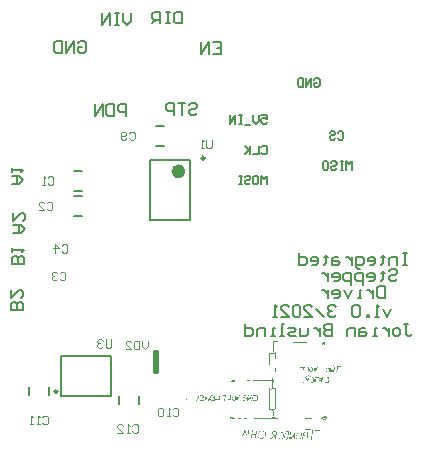
<source format=gbo>
G04 Layer_Color=13813960*
%FSLAX24Y24*%
%MOIN*%
G70*
G01*
G75*
%ADD24C,0.0098*%
%ADD48C,0.0100*%
%ADD49C,0.0039*%
%ADD50C,0.0079*%
%ADD80C,0.0236*%
%ADD81C,0.0059*%
G36*
X19214Y11544D02*
Y11539D01*
X19208Y11528D01*
Y11517D01*
Y11506D01*
Y11489D01*
Y11484D01*
Y11473D01*
Y11462D01*
Y11457D01*
Y11451D01*
Y11446D01*
Y11429D01*
Y11424D01*
Y11418D01*
Y11407D01*
X19214Y11402D01*
Y11407D01*
X19225Y11413D01*
X19230Y11418D01*
Y11429D01*
X19236Y11440D01*
X19252Y11462D01*
Y11468D01*
X19257Y11473D01*
Y11479D01*
X19263Y11489D01*
Y11495D01*
X19268Y11506D01*
Y11511D01*
X19279Y11528D01*
X19285Y11533D01*
Y11528D01*
X19290Y11522D01*
Y11517D01*
Y11506D01*
X19285Y11500D01*
X19279Y11489D01*
X19268Y11457D01*
X19263Y11451D01*
X19252Y11424D01*
Y11418D01*
X19247Y11413D01*
X19241Y11402D01*
X19236Y11397D01*
X19230D01*
X19225Y11391D01*
X19219Y11380D01*
X19214Y11375D01*
X19208Y11369D01*
X19203Y11375D01*
Y11380D01*
X19197Y11391D01*
X19192Y11413D01*
Y11451D01*
Y11457D01*
Y11462D01*
Y11489D01*
Y11517D01*
X19197Y11539D01*
Y11544D01*
X19203Y11550D01*
X19208D01*
X19214Y11544D01*
D02*
G37*
G36*
X20526Y11539D02*
X20553D01*
X20559Y11533D01*
X20570Y11522D01*
X20575Y11511D01*
Y11506D01*
X20586Y11484D01*
Y11473D01*
X20592Y11457D01*
Y11435D01*
Y11429D01*
X20586Y11418D01*
X20575Y11380D01*
X20564Y11369D01*
X20548Y11364D01*
X20526Y11358D01*
X20482D01*
X20466Y11364D01*
X20460Y11369D01*
X20455D01*
X20450Y11375D01*
Y11380D01*
X20455Y11386D01*
X20460D01*
X20477Y11380D01*
X20482D01*
X20493Y11375D01*
X20532D01*
X20537Y11380D01*
X20542D01*
X20553Y11386D01*
X20559Y11391D01*
X20564Y11402D01*
Y11413D01*
X20570Y11418D01*
X20575Y11440D01*
Y11446D01*
Y11451D01*
Y11462D01*
X20570Y11468D01*
X20564Y11473D01*
Y11484D01*
Y11489D01*
X20559Y11500D01*
X20548Y11511D01*
X20526Y11517D01*
X20521D01*
X20510Y11522D01*
X20499Y11528D01*
Y11533D01*
Y11539D01*
X20504Y11544D01*
X20521D01*
X20526Y11539D01*
D02*
G37*
G36*
X20920Y11544D02*
X20936Y11533D01*
X20942D01*
X20947Y11528D01*
X20953Y11517D01*
X20958Y11506D01*
X20969Y11495D01*
Y11489D01*
X20974Y11479D01*
Y11457D01*
X20969Y11424D01*
Y11418D01*
X20964Y11397D01*
X20953Y11380D01*
X20942Y11369D01*
X20936D01*
X20931Y11364D01*
X20909Y11353D01*
X20903D01*
X20892Y11347D01*
X20871D01*
X20849Y11353D01*
X20843Y11358D01*
X20827D01*
X20816Y11364D01*
X20810Y11369D01*
X20799D01*
X20794Y11380D01*
X20789Y11397D01*
X20783Y11402D01*
X20778Y11418D01*
X20772Y11440D01*
X20778Y11468D01*
X20783Y11473D01*
X20789Y11484D01*
Y11495D01*
X20794Y11500D01*
X20805Y11517D01*
Y11522D01*
X20816Y11533D01*
X20827Y11539D01*
X20838Y11544D01*
X20854Y11550D01*
X20903D01*
X20920Y11544D01*
D02*
G37*
G36*
X18995Y11506D02*
X19001D01*
X19006Y11500D01*
X19011Y11489D01*
Y11484D01*
X19001Y11473D01*
X18940Y11397D01*
X18935Y11386D01*
X18929Y11369D01*
X18935Y11364D01*
X18940Y11358D01*
X18968D01*
X18990Y11364D01*
X19011D01*
Y11358D01*
X19006Y11353D01*
X18995Y11347D01*
X18984D01*
X18951Y11342D01*
X18940D01*
X18918Y11353D01*
X18913Y11364D01*
Y11380D01*
X18924Y11402D01*
X18946Y11435D01*
X18968Y11462D01*
X18973Y11468D01*
X18979Y11479D01*
Y11484D01*
X18973Y11489D01*
X18968D01*
X18962Y11495D01*
X18957Y11500D01*
X18962Y11506D01*
X18968Y11511D01*
X18979D01*
X18995Y11506D01*
D02*
G37*
G36*
X20663Y11539D02*
Y11533D01*
X20657Y11528D01*
X20652Y11506D01*
Y11495D01*
X20646Y11484D01*
X20641Y11479D01*
Y11468D01*
Y11451D01*
Y11446D01*
Y11435D01*
Y11424D01*
X20635Y11413D01*
X20630Y11407D01*
Y11402D01*
X20635Y11391D01*
X20641Y11386D01*
X20646Y11391D01*
X20652Y11397D01*
Y11402D01*
X20657Y11413D01*
X20674Y11429D01*
X20696Y11462D01*
X20701Y11468D01*
X20707Y11473D01*
X20717Y11484D01*
X20723Y11489D01*
X20728Y11495D01*
X20739Y11511D01*
X20745Y11517D01*
X20750Y11528D01*
X20761D01*
Y11517D01*
X20756Y11506D01*
X20750Y11500D01*
Y11473D01*
Y11462D01*
X20745Y11446D01*
Y11435D01*
Y11424D01*
Y11407D01*
Y11402D01*
X20750Y11397D01*
X20767Y11375D01*
X20772Y11369D01*
Y11364D01*
X20767Y11353D01*
X20761D01*
X20756Y11347D01*
X20750Y11353D01*
X20739Y11358D01*
Y11364D01*
X20734Y11369D01*
X20728Y11386D01*
Y11407D01*
Y11413D01*
Y11424D01*
X20723Y11440D01*
X20712D01*
X20701Y11429D01*
X20679Y11407D01*
X20663Y11386D01*
X20641Y11364D01*
X20635Y11358D01*
X20630Y11353D01*
X20624Y11347D01*
X20619D01*
X20614Y11353D01*
X20608Y11369D01*
Y11375D01*
Y11380D01*
Y11397D01*
Y11407D01*
Y11429D01*
Y11435D01*
Y11440D01*
X20614Y11451D01*
X20619Y11457D01*
Y11468D01*
X20624Y11489D01*
Y11495D01*
X20630Y11517D01*
X20635Y11533D01*
X20641Y11544D01*
X20663D01*
Y11539D01*
D02*
G37*
G36*
X18601Y11402D02*
Y11391D01*
X18590D01*
X18585Y11397D01*
Y11402D01*
Y11407D01*
X18601Y11402D01*
D02*
G37*
G36*
X20526Y11462D02*
X20537D01*
X20548Y11457D01*
X20553Y11446D01*
X20548Y11440D01*
X20537Y11429D01*
X20521D01*
X20515Y11435D01*
X20510Y11440D01*
X20493Y11446D01*
X20488D01*
X20482Y11457D01*
Y11462D01*
X20488Y11468D01*
X20510D01*
X20526Y11462D01*
D02*
G37*
G36*
X19148Y11522D02*
X19154Y11517D01*
X19159Y11506D01*
X19165Y11495D01*
Y11489D01*
X19170Y11484D01*
X19175Y11468D01*
X19181Y11446D01*
Y11440D01*
Y11429D01*
X19175Y11391D01*
X19170Y11375D01*
X19165Y11369D01*
X19154Y11364D01*
X19143Y11358D01*
X19132Y11353D01*
X19126D01*
X19115Y11347D01*
X19077D01*
X19066Y11353D01*
X19050Y11358D01*
X19044Y11364D01*
X19039Y11369D01*
Y11375D01*
Y11380D01*
X19044Y11375D01*
X19050D01*
X19066Y11369D01*
X19077D01*
X19099Y11364D01*
X19115D01*
X19121Y11369D01*
X19132D01*
X19137Y11375D01*
X19148Y11386D01*
X19159Y11407D01*
X19170Y11424D01*
X19159Y11435D01*
X19154Y11440D01*
X19148Y11446D01*
X19099Y11457D01*
X19093D01*
X19088Y11462D01*
X19083Y11468D01*
Y11473D01*
X19088Y11479D01*
X19099D01*
X19104Y11473D01*
X19132Y11468D01*
X19148D01*
X19154Y11473D01*
X19148Y11479D01*
X19143Y11489D01*
X19137Y11495D01*
X19132Y11506D01*
X19126Y11511D01*
X19028D01*
Y11517D01*
X19033Y11522D01*
X19050Y11528D01*
X19083Y11533D01*
X19132D01*
X19148Y11522D01*
D02*
G37*
G36*
X20367Y11550D02*
X20373Y11544D01*
X20367Y11539D01*
X20362Y11522D01*
X20357Y11517D01*
X20351Y11511D01*
X20346Y11500D01*
X20340Y11495D01*
X20335Y11484D01*
X20329Y11479D01*
Y11468D01*
Y11462D01*
X20324Y11457D01*
X20318D01*
Y11446D01*
Y11440D01*
X20313Y11429D01*
X20307Y11424D01*
Y11418D01*
X20285Y11380D01*
X20275Y11364D01*
X20269D01*
X20264Y11358D01*
X20258Y11364D01*
X20253Y11369D01*
Y11375D01*
X20247Y11391D01*
X20242Y11407D01*
Y11413D01*
X20236Y11424D01*
X20231Y11413D01*
Y11402D01*
Y11391D01*
X20225Y11380D01*
X20214Y11369D01*
X20209Y11364D01*
X20193Y11353D01*
X20171D01*
X20165Y11358D01*
X20149D01*
X20138Y11364D01*
X20132Y11369D01*
X20127D01*
X20116Y11375D01*
X20110Y11380D01*
X20105Y11391D01*
Y11397D01*
X20100Y11402D01*
X20094Y11413D01*
Y11429D01*
X20100Y11457D01*
X20105Y11462D01*
X20110Y11484D01*
X20127Y11500D01*
X20149Y11522D01*
X20154Y11528D01*
X20165Y11533D01*
X20176D01*
X20198Y11522D01*
X20203Y11517D01*
X20214Y11511D01*
X20225Y11495D01*
X20231Y11479D01*
Y11473D01*
X20236Y11468D01*
X20242Y11473D01*
Y11479D01*
Y11484D01*
Y11506D01*
Y11511D01*
X20236Y11517D01*
Y11522D01*
Y11528D01*
Y11544D01*
Y11550D01*
X20247Y11555D01*
X20253D01*
Y11517D01*
Y11511D01*
Y11506D01*
X20258Y11479D01*
X20264Y11435D01*
Y11429D01*
X20269Y11413D01*
Y11402D01*
X20275D01*
Y11407D01*
X20291Y11446D01*
Y11451D01*
X20296D01*
X20302Y11457D01*
X20307Y11468D01*
Y11473D01*
X20313Y11479D01*
Y11484D01*
X20318Y11489D01*
X20329Y11517D01*
Y11522D01*
X20335Y11528D01*
X20346Y11550D01*
X20351Y11555D01*
X20357D01*
X20367Y11550D01*
D02*
G37*
G36*
X19711Y11539D02*
Y11522D01*
Y11517D01*
X19706Y11506D01*
X19700Y11495D01*
Y11479D01*
Y11446D01*
Y11435D01*
Y11418D01*
Y11397D01*
X19695Y11386D01*
X19689Y11369D01*
X19684Y11364D01*
X19673D01*
X19657Y11369D01*
X19651D01*
X19640Y11375D01*
X19624Y11380D01*
X19597D01*
X19586Y11386D01*
X19569D01*
X19558Y11391D01*
X19553D01*
X19542Y11397D01*
X19531Y11391D01*
X19525Y11380D01*
Y11369D01*
X19514Y11358D01*
X19432D01*
X19422Y11364D01*
X19416Y11369D01*
X19411D01*
X19405Y11364D01*
Y11358D01*
X19400Y11353D01*
X19394D01*
Y11364D01*
Y11369D01*
Y11380D01*
X19389Y11391D01*
X19383D01*
X19378Y11386D01*
X19367D01*
X19361Y11391D01*
X19350D01*
X19345Y11386D01*
X19340Y11380D01*
X19329Y11369D01*
X19323Y11364D01*
Y11358D01*
X19318Y11353D01*
Y11342D01*
X19312Y11336D01*
X19307D01*
X19301Y11342D01*
Y11353D01*
X19307Y11364D01*
Y11369D01*
X19312Y11380D01*
Y11397D01*
X19307Y11407D01*
X19301Y11413D01*
X19307Y11418D01*
X19329D01*
X19334Y11424D01*
X19340Y11435D01*
X19345Y11446D01*
Y11451D01*
X19356Y11468D01*
X19361Y11484D01*
X19367Y11495D01*
Y11500D01*
Y11511D01*
X19378Y11522D01*
X19389Y11528D01*
X19394D01*
X19400Y11522D01*
Y11511D01*
X19394Y11506D01*
Y11484D01*
Y11479D01*
Y11468D01*
Y11462D01*
X19400Y11446D01*
X19405Y11380D01*
X19432D01*
X19460Y11375D01*
X19498D01*
X19504Y11380D01*
X19509Y11386D01*
Y11391D01*
X19514Y11397D01*
X19520Y11424D01*
Y11429D01*
X19514Y11435D01*
Y11440D01*
X19509Y11446D01*
X19493D01*
X19487Y11451D01*
X19476Y11457D01*
X19471Y11462D01*
Y11468D01*
Y11473D01*
Y11479D01*
X19482D01*
X19493Y11473D01*
X19504Y11468D01*
X19520D01*
X19525Y11473D01*
Y11479D01*
X19520Y11484D01*
X19514Y11489D01*
X19509Y11495D01*
X19498Y11500D01*
X19482D01*
X19476Y11506D01*
X19465Y11511D01*
X19460Y11517D01*
X19432D01*
X19427Y11522D01*
Y11528D01*
X19432Y11533D01*
X19454D01*
X19465Y11528D01*
X19476Y11522D01*
X19482D01*
X19493Y11517D01*
X19509D01*
X19531Y11522D01*
X19553Y11495D01*
Y11489D01*
X19547Y11484D01*
X19542Y11479D01*
X19536Y11468D01*
Y11446D01*
Y11440D01*
Y11429D01*
Y11418D01*
X19542Y11407D01*
X19547D01*
X19564Y11402D01*
X19629Y11397D01*
X19673D01*
X19679Y11402D01*
Y11407D01*
Y11424D01*
Y11435D01*
X19684Y11457D01*
Y11484D01*
Y11495D01*
Y11511D01*
X19689Y11533D01*
X19695Y11544D01*
X19711D01*
Y11539D01*
D02*
G37*
G36*
X20067Y11533D02*
Y11511D01*
Y11489D01*
Y11468D01*
Y11462D01*
Y11457D01*
Y11429D01*
Y11402D01*
X20061Y11380D01*
X20056Y11375D01*
X20050Y11369D01*
X20039D01*
X20034Y11375D01*
X20023Y11380D01*
X20018D01*
X19996Y11386D01*
X19990D01*
X19985Y11391D01*
X19957Y11402D01*
X19952D01*
X19941Y11407D01*
X19936D01*
Y11413D01*
X19941Y11418D01*
X19979D01*
X20001Y11413D01*
X20007D01*
X20018Y11407D01*
X20023D01*
X20028Y11402D01*
X20034D01*
X20039Y11413D01*
X20045Y11424D01*
Y11440D01*
Y11446D01*
Y11457D01*
Y11468D01*
X20050Y11479D01*
Y11484D01*
Y11495D01*
Y11522D01*
Y11528D01*
X20045Y11533D01*
Y11544D01*
X20050Y11550D01*
X20067D01*
Y11533D01*
D02*
G37*
G36*
X22423Y10292D02*
Y10287D01*
X22429Y10276D01*
Y10254D01*
Y10248D01*
Y10237D01*
Y10221D01*
Y10210D01*
Y10204D01*
X22418Y10177D01*
X22413Y10172D01*
Y10155D01*
Y10150D01*
X22407Y10128D01*
X22402Y10112D01*
X22396Y10101D01*
X22385Y10079D01*
X22380D01*
X22374Y10073D01*
X22369Y10068D01*
X22358Y10062D01*
X22303D01*
X22287Y10068D01*
X22270Y10073D01*
X22265Y10079D01*
X22248Y10095D01*
X22232Y10106D01*
Y10150D01*
Y10155D01*
Y10172D01*
Y10188D01*
X22238Y10194D01*
Y10199D01*
X22243Y10210D01*
Y10215D01*
X22248Y10221D01*
X22254Y10226D01*
Y10232D01*
X22259Y10243D01*
X22265Y10254D01*
X22281Y10276D01*
Y10281D01*
X22309D01*
Y10276D01*
X22298Y10265D01*
X22281Y10237D01*
X22270Y10221D01*
X22265Y10215D01*
X22254Y10199D01*
X22248Y10172D01*
X22243Y10144D01*
Y10139D01*
X22248Y10128D01*
X22254Y10112D01*
X22270Y10101D01*
X22276Y10095D01*
X22281Y10090D01*
X22298D01*
X22309Y10084D01*
X22314D01*
X22336Y10079D01*
X22358Y10084D01*
X22369Y10095D01*
X22380Y10106D01*
X22385Y10117D01*
X22391Y10139D01*
X22396Y10177D01*
X22402Y10232D01*
Y10292D01*
X22413Y10297D01*
X22418D01*
X22423Y10292D01*
D02*
G37*
G36*
X21155Y10352D02*
X21166Y10347D01*
X21177Y10341D01*
X21193Y10325D01*
X21199D01*
X21204Y10314D01*
X21215Y10308D01*
X21221Y10297D01*
X21226Y10287D01*
Y10276D01*
Y10259D01*
Y10237D01*
Y10232D01*
Y10221D01*
Y10204D01*
Y10194D01*
X21215Y10177D01*
Y10166D01*
X21210Y10155D01*
X21199Y10139D01*
X21193Y10133D01*
X21182Y10128D01*
X21155Y10106D01*
X21138Y10101D01*
X21133Y10095D01*
X21128D01*
X21111Y10090D01*
X21100D01*
X21078Y10084D01*
X21051D01*
X21040Y10090D01*
X21035Y10095D01*
X21024D01*
X21018Y10101D01*
X21007D01*
X20996Y10112D01*
X20991D01*
X20980Y10117D01*
X20974Y10128D01*
X20958Y10144D01*
Y10177D01*
Y10183D01*
Y10194D01*
Y10210D01*
X20964Y10226D01*
X20969Y10243D01*
Y10248D01*
X20974Y10259D01*
X20980Y10265D01*
X20985Y10276D01*
Y10281D01*
X20991Y10292D01*
X20996Y10308D01*
Y10314D01*
X21007Y10319D01*
X21013Y10325D01*
X21018Y10336D01*
X21029D01*
Y10341D01*
X21040D01*
X21046Y10347D01*
X21062D01*
X21067Y10352D01*
X21084D01*
X21106Y10358D01*
X21138D01*
X21155Y10352D01*
D02*
G37*
G36*
X22522Y10303D02*
Y10292D01*
X22516Y10287D01*
X22511Y10276D01*
X22505Y10265D01*
Y10259D01*
Y10243D01*
X22500Y10232D01*
X22495Y10221D01*
X22489Y10210D01*
X22495Y10204D01*
X22500Y10199D01*
X22522Y10194D01*
X22533D01*
X22544Y10188D01*
X22560D01*
X22593Y10183D01*
X22604D01*
X22609Y10188D01*
Y10199D01*
Y10215D01*
Y10237D01*
Y10297D01*
X22631D01*
X22642Y10292D01*
X22637Y10276D01*
Y10265D01*
Y10254D01*
Y10237D01*
Y10232D01*
X22631Y10221D01*
Y10194D01*
X22626Y10183D01*
Y10172D01*
Y10155D01*
Y10150D01*
Y10139D01*
X22620Y10112D01*
X22609Y10090D01*
Y10084D01*
X22604Y10068D01*
X22598Y10062D01*
X22593D01*
X22587Y10068D01*
Y10073D01*
Y10079D01*
Y10090D01*
X22593Y10101D01*
Y10106D01*
X22598Y10112D01*
X22604Y10139D01*
Y10144D01*
X22598Y10150D01*
X22593Y10161D01*
X22577D01*
X22571Y10166D01*
X22566D01*
X22555Y10172D01*
X22505D01*
X22500Y10177D01*
X22495Y10183D01*
X22489Y10177D01*
X22484Y10166D01*
X22478Y10161D01*
Y10150D01*
Y10144D01*
X22473Y10133D01*
X22467Y10128D01*
Y10117D01*
Y10112D01*
X22462Y10106D01*
X22456Y10101D01*
Y10084D01*
X22451Y10079D01*
X22429D01*
X22451Y10122D01*
Y10128D01*
X22456Y10139D01*
Y10144D01*
X22462Y10155D01*
Y10161D01*
X22467Y10177D01*
Y10183D01*
X22462Y10188D01*
X22456Y10194D01*
X22445D01*
X22440Y10199D01*
X22434D01*
X22440Y10204D01*
X22467D01*
X22473Y10210D01*
X22478Y10226D01*
Y10232D01*
X22484Y10254D01*
Y10259D01*
Y10265D01*
X22489Y10281D01*
Y10287D01*
Y10292D01*
X22500Y10303D01*
X22505Y10308D01*
X22522D01*
Y10303D01*
D02*
G37*
G36*
X21991Y10336D02*
X21997Y10330D01*
X22002Y10325D01*
X22008Y10303D01*
X22002Y10292D01*
X21997Y10276D01*
X21991Y10270D01*
Y10243D01*
Y10237D01*
Y10232D01*
X21986Y10210D01*
X21981Y10177D01*
Y10166D01*
X21975Y10155D01*
X21970Y10150D01*
Y10144D01*
Y10128D01*
Y10122D01*
Y10117D01*
Y10106D01*
X21964Y10101D01*
X21959D01*
Y10095D01*
X21953Y10084D01*
X21948Y10079D01*
Y10051D01*
Y10046D01*
X21942Y10040D01*
Y10035D01*
X21937Y10040D01*
X21926Y10051D01*
X21909Y10057D01*
X21904D01*
X21899Y10062D01*
X21877Y10073D01*
X21855Y10095D01*
X21844Y10117D01*
Y10122D01*
Y10128D01*
X21849Y10155D01*
Y10161D01*
Y10166D01*
Y10177D01*
X21855Y10183D01*
Y10188D01*
X21860Y10199D01*
Y10204D01*
X21866Y10221D01*
Y10226D01*
Y10232D01*
X21871Y10243D01*
Y10248D01*
X21877Y10259D01*
Y10265D01*
X21882Y10281D01*
Y10292D01*
X21893Y10303D01*
X21904Y10319D01*
X21909Y10325D01*
X21920Y10330D01*
X21937Y10341D01*
X21975D01*
X21991Y10336D01*
D02*
G37*
G36*
X22057Y10319D02*
Y10314D01*
X22063Y10303D01*
X22057Y10297D01*
Y10287D01*
Y10265D01*
Y10259D01*
Y10248D01*
X22052Y10221D01*
X22046Y10215D01*
Y10194D01*
Y10183D01*
X22041Y10166D01*
X22035Y10161D01*
Y10133D01*
Y10122D01*
X22030Y10106D01*
Y10101D01*
X22024Y10095D01*
Y10090D01*
X22030Y10084D01*
X22035D01*
X22041Y10090D01*
X22057Y10101D01*
X22074Y10112D01*
X22079Y10117D01*
X22084Y10128D01*
X22106Y10155D01*
X22177Y10243D01*
Y10248D01*
Y10259D01*
Y10265D01*
X22183Y10270D01*
X22188Y10276D01*
X22194Y10287D01*
Y10292D01*
X22205Y10297D01*
X22216D01*
X22221Y10292D01*
X22216Y10281D01*
X22205Y10259D01*
X22194Y10226D01*
Y10122D01*
Y10117D01*
X22199Y10106D01*
Y10101D01*
X22205Y10084D01*
X22199Y10073D01*
X22188Y10062D01*
X22183D01*
X22177Y10068D01*
Y10079D01*
Y10084D01*
Y10090D01*
X22172Y10112D01*
Y10122D01*
Y10139D01*
Y10161D01*
Y10172D01*
Y10188D01*
X22166Y10199D01*
X22161Y10194D01*
Y10188D01*
X22156Y10183D01*
X22139Y10161D01*
X22112Y10122D01*
X22079Y10090D01*
X22074Y10084D01*
X22068Y10079D01*
X22057Y10073D01*
X22052D01*
X22046Y10068D01*
X22024Y10062D01*
X22019Y10068D01*
X22013Y10079D01*
X22008Y10090D01*
Y10095D01*
Y10101D01*
Y10117D01*
X22013Y10128D01*
Y10133D01*
X22019Y10139D01*
X22024Y10161D01*
Y10166D01*
X22030Y10183D01*
Y10188D01*
Y10194D01*
X22035Y10221D01*
Y10226D01*
Y10232D01*
Y10243D01*
X22041Y10248D01*
Y10259D01*
X22046Y10270D01*
Y10287D01*
Y10297D01*
Y10314D01*
X22052Y10325D01*
X22057Y10319D01*
D02*
G37*
G36*
X21560Y10347D02*
X21565D01*
X21576Y10336D01*
X21592Y10325D01*
X21603Y10308D01*
Y10303D01*
Y10297D01*
Y10270D01*
X21598Y10259D01*
X21592Y10237D01*
Y10232D01*
X21581Y10215D01*
X21576Y10204D01*
Y10188D01*
Y10166D01*
Y10161D01*
Y10150D01*
Y10139D01*
X21570Y10128D01*
X21565Y10122D01*
Y10117D01*
Y10101D01*
Y10095D01*
X21560Y10090D01*
X21549Y10084D01*
X21543Y10090D01*
X21538Y10101D01*
X21543Y10117D01*
Y10122D01*
Y10133D01*
X21549Y10155D01*
Y10161D01*
Y10172D01*
Y10188D01*
X21554Y10194D01*
Y10204D01*
X21560Y10215D01*
Y10232D01*
Y10237D01*
Y10248D01*
X21565Y10259D01*
X21570Y10270D01*
Y10276D01*
Y10281D01*
Y10303D01*
Y10308D01*
X21560Y10314D01*
X21554Y10325D01*
X21538Y10330D01*
X21505D01*
X21488Y10319D01*
X21477Y10303D01*
Y10281D01*
Y10254D01*
X21494Y10237D01*
X21505Y10232D01*
X21510Y10226D01*
X21521Y10221D01*
X21527D01*
Y10215D01*
X21532Y10204D01*
Y10199D01*
X21538Y10183D01*
X21527Y10172D01*
X21521Y10166D01*
X21510Y10144D01*
X21505D01*
X21499Y10139D01*
X21488Y10133D01*
X21483D01*
Y10128D01*
X21477Y10122D01*
X21467Y10117D01*
X21456Y10112D01*
X21450D01*
X21445Y10106D01*
X21434Y10101D01*
X21428Y10095D01*
X21423D01*
X21401Y10090D01*
X21395D01*
X21385Y10084D01*
X21374Y10079D01*
X21368Y10073D01*
X21363Y10079D01*
X21368Y10084D01*
X21374Y10090D01*
X21379D01*
X21385Y10095D01*
X21417Y10112D01*
X21445Y10128D01*
X21483Y10155D01*
X21488Y10161D01*
X21499Y10177D01*
X21510Y10194D01*
X21505Y10199D01*
X21499Y10210D01*
X21494Y10215D01*
X21477Y10226D01*
X21472D01*
X21467Y10232D01*
X21461Y10237D01*
Y10243D01*
Y10248D01*
X21456Y10259D01*
X21450Y10265D01*
Y10287D01*
Y10292D01*
Y10297D01*
X21456Y10308D01*
Y10314D01*
X21461Y10319D01*
Y10325D01*
X21467Y10330D01*
X21477Y10341D01*
X21499Y10352D01*
X21505D01*
X21521Y10358D01*
X21538D01*
X21560Y10347D01*
D02*
G37*
G36*
X21817Y10297D02*
Y10292D01*
Y10287D01*
X21789D01*
X21778Y10292D01*
X21767D01*
X21740Y10297D01*
X21702D01*
X21685Y10303D01*
X21680D01*
X21685Y10308D01*
X21800D01*
X21817Y10297D01*
D02*
G37*
G36*
X22746Y10390D02*
X22762D01*
X22779Y10385D01*
X22850D01*
X22872Y10379D01*
X22894D01*
X22910Y10374D01*
X23036D01*
X23041Y10369D01*
X23047Y10352D01*
Y10347D01*
X23041Y10341D01*
X23019D01*
X23009Y10330D01*
X22998D01*
X22987Y10341D01*
X22981D01*
X22976Y10347D01*
X22959Y10352D01*
X22910D01*
X22888Y10358D01*
X22872Y10363D01*
X22850Y10369D01*
X22845D01*
X22828Y10374D01*
X22812Y10369D01*
X22806Y10363D01*
X22801Y10352D01*
X22795Y10330D01*
X22790Y10319D01*
Y10297D01*
Y10265D01*
Y10254D01*
X22784Y10237D01*
Y10215D01*
X22779Y10199D01*
X22773Y10150D01*
Y10073D01*
Y10068D01*
X22768Y10062D01*
X22757Y10057D01*
X22752Y10051D01*
X22746Y10057D01*
X22741Y10062D01*
Y10068D01*
Y10073D01*
Y10084D01*
X22746Y10095D01*
Y10117D01*
Y10122D01*
Y10133D01*
Y10150D01*
X22752Y10161D01*
Y10166D01*
Y10177D01*
X22757Y10194D01*
Y10221D01*
Y10232D01*
Y10248D01*
X22762Y10270D01*
X22768Y10292D01*
Y10297D01*
Y10308D01*
X22773Y10347D01*
Y10374D01*
X22702D01*
X22686Y10379D01*
X22659D01*
X22637Y10385D01*
X22511D01*
Y10390D01*
X22516D01*
X22533Y10396D01*
X22730D01*
X22746Y10390D01*
D02*
G37*
G36*
X20674Y10385D02*
Y10379D01*
X20679Y10369D01*
Y10363D01*
X20674Y10347D01*
Y10308D01*
Y10287D01*
Y10254D01*
Y10248D01*
Y10243D01*
Y10210D01*
X20679Y10183D01*
Y10166D01*
X20685Y10161D01*
Y10155D01*
Y10139D01*
X20679Y10133D01*
X20674Y10128D01*
X20668Y10133D01*
X20663Y10144D01*
Y10155D01*
X20657Y10281D01*
Y10287D01*
Y10292D01*
X20652D01*
Y10281D01*
X20646Y10276D01*
Y10270D01*
X20608Y10210D01*
X20603Y10204D01*
X20586Y10199D01*
X20581Y10204D01*
X20575Y10215D01*
Y10221D01*
X20570Y10237D01*
Y10243D01*
X20564Y10248D01*
Y10259D01*
Y10265D01*
X20559Y10281D01*
X20548Y10308D01*
Y10314D01*
X20542Y10325D01*
X20532Y10330D01*
X20526Y10319D01*
Y10314D01*
Y10303D01*
X20521D01*
Y10292D01*
X20515Y10287D01*
X20504Y10270D01*
X20499Y10254D01*
Y10248D01*
X20493Y10232D01*
X20488Y10226D01*
Y10215D01*
Y10210D01*
X20477Y10194D01*
X20439Y10133D01*
Y10128D01*
X20433Y10122D01*
X20428D01*
X20422Y10128D01*
X20428Y10144D01*
Y10150D01*
X20433Y10155D01*
X20439Y10161D01*
Y10166D01*
X20444Y10177D01*
X20482Y10259D01*
Y10265D01*
Y10270D01*
X20488Y10281D01*
Y10287D01*
X20493Y10297D01*
Y10303D01*
X20499Y10314D01*
Y10319D01*
X20510Y10330D01*
Y10336D01*
X20515Y10347D01*
Y10352D01*
Y10363D01*
X20521Y10374D01*
X20532Y10379D01*
X20542D01*
X20548Y10374D01*
X20553Y10363D01*
Y10352D01*
X20559Y10336D01*
Y10330D01*
X20564Y10325D01*
X20575Y10276D01*
Y10265D01*
X20586Y10243D01*
X20592Y10232D01*
X20597Y10237D01*
X20603Y10243D01*
X20608Y10248D01*
X20619Y10259D01*
X20624Y10270D01*
X20641Y10319D01*
X20646Y10330D01*
X20652Y10352D01*
Y10358D01*
Y10374D01*
X20663Y10385D01*
X20668Y10390D01*
X20674Y10385D01*
D02*
G37*
G36*
X20805Y10363D02*
Y10352D01*
X20794Y10336D01*
X20789Y10330D01*
X20783Y10308D01*
Y10303D01*
Y10287D01*
X20778Y10281D01*
Y10265D01*
Y10243D01*
X20898Y10254D01*
X20903D01*
X20909Y10259D01*
Y10265D01*
X20914Y10276D01*
Y10281D01*
X20920Y10292D01*
Y10314D01*
Y10341D01*
X20947D01*
Y10319D01*
Y10314D01*
Y10308D01*
Y10297D01*
Y10292D01*
X20942Y10287D01*
X20936Y10270D01*
X20931Y10259D01*
X20925Y10243D01*
X20920Y10237D01*
Y10226D01*
Y10221D01*
X20914Y10210D01*
X20909Y10204D01*
Y10199D01*
Y10183D01*
Y10172D01*
Y10161D01*
X20903D01*
Y10155D01*
X20898Y10144D01*
Y10139D01*
Y10128D01*
X20892Y10112D01*
X20881Y10106D01*
X20871D01*
X20865Y10112D01*
X20871Y10122D01*
Y10128D01*
X20876Y10139D01*
X20881Y10166D01*
Y10172D01*
Y10183D01*
Y10194D01*
X20887Y10204D01*
Y10210D01*
Y10215D01*
X20876Y10221D01*
X20860D01*
X20832Y10226D01*
X20827D01*
X20805Y10232D01*
X20778D01*
X20772Y10226D01*
Y10215D01*
Y10199D01*
Y10194D01*
Y10188D01*
Y10177D01*
X20767Y10172D01*
X20761D01*
Y10166D01*
Y10155D01*
Y10150D01*
X20756Y10133D01*
X20750Y10122D01*
X20745D01*
X20739Y10117D01*
X20734Y10122D01*
Y10133D01*
X20739Y10150D01*
Y10155D01*
X20745Y10172D01*
X20750Y10204D01*
Y10210D01*
Y10221D01*
X20756Y10248D01*
Y10254D01*
Y10259D01*
X20761Y10292D01*
Y10297D01*
Y10308D01*
X20767Y10325D01*
X20772Y10336D01*
X20778Y10363D01*
X20783Y10369D01*
X20794Y10374D01*
X20799D01*
X20805Y10363D01*
D02*
G37*
G36*
X21844Y10270D02*
Y10254D01*
X21838Y10248D01*
Y10226D01*
Y10215D01*
X21833Y10199D01*
X21827Y10194D01*
Y10177D01*
X21822Y10166D01*
Y10150D01*
X21817Y10144D01*
Y10139D01*
Y10122D01*
X21811Y10112D01*
X21806Y10095D01*
X21800Y10084D01*
Y10079D01*
X21795Y10073D01*
X21784Y10068D01*
X21756Y10062D01*
X21745D01*
X21729Y10068D01*
X21696Y10073D01*
X21669Y10084D01*
Y10090D01*
Y10095D01*
X21696D01*
X21713Y10090D01*
X21718D01*
X21729Y10084D01*
X21751D01*
X21773Y10090D01*
X21784Y10106D01*
X21789Y10133D01*
Y10139D01*
X21795Y10144D01*
X21800Y10172D01*
Y10194D01*
X21773D01*
X21767Y10199D01*
X21756D01*
X21751Y10204D01*
X21740D01*
X21734Y10210D01*
X21729D01*
Y10215D01*
Y10221D01*
X21762D01*
X21773Y10215D01*
X21778D01*
X21789Y10210D01*
X21800Y10215D01*
X21811Y10221D01*
X21817Y10237D01*
Y10243D01*
X21822Y10248D01*
X21827Y10265D01*
Y10270D01*
X21833Y10276D01*
X21844D01*
Y10270D01*
D02*
G37*
G36*
X22746Y12151D02*
X22752D01*
X22762Y12146D01*
X22768D01*
X22779Y12140D01*
X22784D01*
X22795Y12135D01*
Y12140D01*
X22801Y12146D01*
Y12151D01*
Y12157D01*
X22845D01*
X22855Y12151D01*
X22872D01*
X22894Y12146D01*
X22927D01*
X22943Y12140D01*
X22954D01*
X22965Y12135D01*
X22992D01*
X22998Y12129D01*
X23003Y12124D01*
X22998Y12118D01*
X22981Y12113D01*
X22970D01*
X22959Y12118D01*
X22954Y12124D01*
X22910D01*
Y12096D01*
Y12091D01*
Y12080D01*
Y12064D01*
X22905Y12053D01*
X22899Y12047D01*
Y12036D01*
X22894Y12031D01*
X22888Y12014D01*
X22877Y11993D01*
X22872D01*
X22866Y11987D01*
X22855Y11982D01*
X22850D01*
X22861Y12014D01*
X22866Y12020D01*
X22877Y12031D01*
Y12036D01*
X22883Y12047D01*
Y12053D01*
Y12064D01*
X22888Y12085D01*
Y12091D01*
Y12107D01*
Y12118D01*
X22883Y12129D01*
X22877Y12135D01*
X22823D01*
X22817Y12129D01*
Y12124D01*
Y12118D01*
X22823Y12113D01*
Y12091D01*
Y12058D01*
X22828Y12053D01*
X22839Y12047D01*
X22845Y12042D01*
X22834Y12036D01*
X22828D01*
X22823Y12025D01*
Y12014D01*
Y12009D01*
Y12003D01*
Y11993D01*
X22817Y11987D01*
X22812Y11976D01*
X22806Y11965D01*
X22790Y11954D01*
X22752D01*
X22730Y11960D01*
X22724D01*
X22719Y11965D01*
X22708Y11971D01*
X22702Y11976D01*
X22680D01*
X22675Y11982D01*
X22670Y11987D01*
Y11998D01*
X22686D01*
X22691Y11993D01*
X22708D01*
X22724Y11982D01*
X22735Y11976D01*
X22768D01*
X22784Y11982D01*
X22790Y11998D01*
X22795Y12014D01*
X22801Y12031D01*
X22757Y12042D01*
X22752Y12047D01*
X22730D01*
X22724Y12053D01*
X22719Y12058D01*
X22724Y12069D01*
X22730Y12075D01*
X22735Y12069D01*
X22741Y12064D01*
X22746Y12058D01*
X22773D01*
X22790Y12053D01*
X22795Y12058D01*
X22801Y12069D01*
X22806Y12085D01*
Y12091D01*
X22801Y12107D01*
Y12113D01*
X22795Y12118D01*
X22784Y12124D01*
X22773D01*
X22757Y12129D01*
X22735Y12140D01*
X22730Y12146D01*
X22713D01*
X22708Y12151D01*
Y12157D01*
X22713Y12162D01*
X22735D01*
X22746Y12151D01*
D02*
G37*
G36*
X23216D02*
X23315D01*
X23326Y12135D01*
Y12129D01*
X23331Y12124D01*
X23337Y12113D01*
X23342Y12102D01*
Y12096D01*
X23348Y12091D01*
Y12085D01*
X23353Y12075D01*
Y12058D01*
Y12053D01*
Y12042D01*
Y12031D01*
X23348Y12020D01*
X23342Y12014D01*
Y11998D01*
X23337Y11993D01*
X23326Y11976D01*
X23309Y11949D01*
X23222D01*
X23211Y11954D01*
X23205Y11960D01*
X23173D01*
X23156Y11971D01*
X23145Y11976D01*
X23140Y11982D01*
X23134D01*
Y11987D01*
X23173D01*
X23178Y11982D01*
X23189D01*
X23211Y11976D01*
X23255Y11971D01*
X23276D01*
X23298Y11976D01*
X23315Y11993D01*
X23320Y11998D01*
X23326Y12009D01*
Y12020D01*
X23320Y12025D01*
X23304D01*
Y12031D01*
Y12036D01*
X23276D01*
X23266Y12042D01*
X23260Y12047D01*
X23233D01*
X23227Y12053D01*
X23233Y12058D01*
X23238Y12064D01*
X23244D01*
X23249Y12058D01*
X23266D01*
X23276Y12053D01*
X23287D01*
X23304Y12047D01*
X23326D01*
Y12053D01*
Y12069D01*
Y12075D01*
X23320Y12096D01*
X23304Y12113D01*
X23276Y12124D01*
X23266D01*
X23255Y12129D01*
X23249Y12135D01*
X23211D01*
X23200Y12140D01*
X23194Y12146D01*
Y12151D01*
X23200Y12157D01*
X23216Y12151D01*
D02*
G37*
G36*
X23528Y12430D02*
Y12424D01*
Y12414D01*
Y12397D01*
X23523Y12381D01*
X23517Y12370D01*
Y12348D01*
X23512Y12342D01*
X23506Y12332D01*
X23495Y12321D01*
X23484Y12326D01*
X23479Y12332D01*
X23457Y12353D01*
X23446Y12342D01*
X23441Y12337D01*
X23430Y12321D01*
X23413Y12304D01*
X23391Y12299D01*
X23386D01*
X23375Y12304D01*
X23369Y12315D01*
X23364Y12326D01*
Y12332D01*
Y12337D01*
Y12342D01*
X23358Y12332D01*
X23348Y12321D01*
X23337Y12315D01*
X23315Y12304D01*
X23309D01*
X23298Y12299D01*
X23282D01*
X23271Y12304D01*
X23255Y12310D01*
X23249Y12315D01*
X23244D01*
Y12321D01*
X23233D01*
Y12332D01*
X23222Y12353D01*
Y12359D01*
Y12370D01*
Y12386D01*
X23227Y12403D01*
Y12408D01*
X23233Y12419D01*
X23244Y12435D01*
X23255Y12446D01*
X23304Y12468D01*
X23309D01*
X23320Y12463D01*
X23331Y12452D01*
X23342Y12441D01*
X23353Y12419D01*
Y12414D01*
X23364Y12403D01*
X23369Y12397D01*
X23375D01*
Y12408D01*
Y12414D01*
X23380Y12424D01*
Y12430D01*
X23386Y12441D01*
Y12446D01*
X23391Y12452D01*
X23397Y12457D01*
X23408Y12463D01*
X23413Y12457D01*
X23419Y12452D01*
X23413Y12435D01*
X23397Y12408D01*
Y12403D01*
X23391Y12386D01*
X23386Y12348D01*
Y12342D01*
Y12337D01*
X23391Y12332D01*
X23397Y12326D01*
X23402D01*
X23419Y12332D01*
X23424Y12337D01*
X23430Y12353D01*
Y12359D01*
X23435Y12370D01*
X23446Y12381D01*
X23457Y12375D01*
X23468Y12370D01*
X23473D01*
X23479Y12364D01*
X23490Y12359D01*
X23495D01*
Y12370D01*
X23501Y12392D01*
Y12419D01*
Y12468D01*
X23528D01*
Y12430D01*
D02*
G37*
G36*
X22768Y12463D02*
X22773Y12457D01*
X22779Y12452D01*
X22790Y12441D01*
X22795Y12430D01*
Y12419D01*
X22801Y12408D01*
Y12386D01*
Y12381D01*
Y12375D01*
Y12364D01*
X22795Y12359D01*
X22784Y12342D01*
X22779Y12337D01*
X22768Y12332D01*
X22746Y12326D01*
X22724D01*
X22708Y12332D01*
X22702Y12337D01*
X22691Y12353D01*
Y12359D01*
X22686Y12364D01*
Y12375D01*
Y12386D01*
Y12414D01*
Y12419D01*
X22691Y12430D01*
X22702Y12446D01*
X22719Y12457D01*
X22724Y12463D01*
X22735Y12468D01*
X22752D01*
X22768Y12463D01*
D02*
G37*
G36*
X22664Y12457D02*
Y12446D01*
X22670Y12424D01*
Y12397D01*
Y12392D01*
Y12375D01*
X22664Y12359D01*
X22659Y12342D01*
X22653D01*
X22648Y12337D01*
X22626Y12332D01*
X22582D01*
X22566Y12337D01*
X22549Y12342D01*
X22544Y12348D01*
Y12353D01*
X22609D01*
X22626Y12359D01*
X22642Y12375D01*
Y12381D01*
X22648Y12397D01*
X22653Y12414D01*
X22648Y12435D01*
Y12441D01*
X22642Y12452D01*
Y12457D01*
X22648Y12463D01*
X22664D01*
Y12457D01*
D02*
G37*
G36*
X22834Y12517D02*
X22839Y12507D01*
X22845Y12496D01*
X22850Y12474D01*
Y12468D01*
Y12457D01*
Y12441D01*
X22855Y12430D01*
Y12424D01*
Y12403D01*
Y12397D01*
X22861Y12381D01*
X22872D01*
X22877Y12386D01*
X22888Y12403D01*
X22905Y12424D01*
Y12430D01*
X22910Y12435D01*
Y12441D01*
X22916D01*
Y12446D01*
X22921Y12452D01*
X22932Y12485D01*
X22937Y12490D01*
X22943Y12485D01*
X22948Y12479D01*
X22959Y12474D01*
X22927Y12424D01*
X22921Y12419D01*
Y12414D01*
X22899Y12364D01*
Y12359D01*
X22888Y12353D01*
X22883D01*
X22877Y12348D01*
Y12337D01*
X22872Y12332D01*
X22855D01*
X22850Y12337D01*
X22845Y12348D01*
X22839Y12359D01*
Y12375D01*
X22834Y12386D01*
Y12403D01*
Y12424D01*
Y12430D01*
Y12446D01*
Y12463D01*
X22828Y12474D01*
X22823Y12479D01*
Y12501D01*
Y12507D01*
Y12512D01*
Y12523D01*
X22828D01*
X22834Y12517D01*
D02*
G37*
G36*
X22456Y12474D02*
X22462D01*
X22489Y12468D01*
X22500D01*
X22516Y12463D01*
X22522D01*
X22533Y12457D01*
X22549D01*
X22560Y12452D01*
X22566Y12446D01*
Y12441D01*
X22560Y12435D01*
X22549Y12430D01*
X22538D01*
X22527Y12435D01*
X22505D01*
X22495Y12424D01*
Y12408D01*
X22489Y12386D01*
Y12381D01*
X22484Y12375D01*
Y12364D01*
Y12359D01*
X22478Y12342D01*
X22473Y12337D01*
X22462D01*
X22445Y12332D01*
X22429D01*
X22396Y12342D01*
X22380D01*
X22369Y12337D01*
X22336D01*
X22320Y12342D01*
X22314Y12353D01*
Y12359D01*
X22325Y12375D01*
X22363Y12414D01*
Y12419D01*
X22374Y12424D01*
X22391Y12435D01*
Y12441D01*
X22385D01*
X22380Y12446D01*
X22347D01*
X22352Y12457D01*
X22358Y12463D01*
X22369Y12468D01*
X22396D01*
X22418Y12474D01*
X22429Y12479D01*
X22440D01*
X22456Y12474D01*
D02*
G37*
G36*
X22675Y12189D02*
X22680Y12173D01*
X22686Y12168D01*
Y12162D01*
Y12151D01*
X22680Y12146D01*
X22675Y12129D01*
Y12124D01*
Y12118D01*
X22670Y12113D01*
Y12107D01*
Y12091D01*
Y12085D01*
X22664Y12080D01*
X22659Y12053D01*
X22653Y12042D01*
X22648Y12031D01*
Y12009D01*
Y12003D01*
Y11993D01*
X22642Y11982D01*
X22637Y11976D01*
X22631Y11982D01*
X22626Y11993D01*
Y12014D01*
Y12020D01*
X22620Y12031D01*
X22609D01*
X22604Y12025D01*
X22593Y12014D01*
X22587Y12009D01*
X22582Y12003D01*
X22571Y11993D01*
X22560Y11987D01*
X22555Y11982D01*
X22533Y11976D01*
X22516Y11965D01*
X22500Y11960D01*
X22495D01*
X22478Y11954D01*
X22467Y11949D01*
X22462D01*
X22456Y11954D01*
X22462Y11960D01*
Y11965D01*
X22467Y11971D01*
X22473Y11976D01*
X22484D01*
X22495Y11982D01*
X22522Y11993D01*
X22555Y12003D01*
X22560D01*
X22566Y12009D01*
X22582Y12020D01*
Y12025D01*
X22587Y12031D01*
X22593Y12042D01*
X22598Y12053D01*
X22582Y12069D01*
X22577Y12075D01*
X22560Y12096D01*
X22549Y12118D01*
Y12129D01*
X22555Y12135D01*
X22560Y12146D01*
Y12151D01*
X22566Y12157D01*
X22571Y12162D01*
X22582Y12168D01*
X22587Y12173D01*
X22598Y12178D01*
Y12184D01*
X22604D01*
X22615Y12189D01*
X22626Y12195D01*
X22670D01*
X22675Y12189D01*
D02*
G37*
G36*
X21499Y13327D02*
X21538D01*
X21778Y13321D01*
X21970D01*
X21997Y13316D01*
X22030D01*
X22052Y13310D01*
X22172D01*
X22489Y13294D01*
X22593D01*
X22609Y13288D01*
X22724D01*
X22784Y13283D01*
X23107D01*
X23123Y13288D01*
X23145Y13305D01*
X23151Y13310D01*
X23162D01*
X23178Y13305D01*
X23184D01*
X23189Y13299D01*
X23211Y13283D01*
Y13277D01*
X23216Y13250D01*
Y13239D01*
X23211Y13223D01*
X23194Y13212D01*
X23189Y13206D01*
X23173Y13201D01*
X23123D01*
X23112Y13212D01*
X23101Y13223D01*
X23096Y13239D01*
Y13261D01*
X23041D01*
X23025Y13267D01*
X23009D01*
X22998Y13272D01*
X22637D01*
X22172Y13288D01*
X22145D01*
X22139Y13294D01*
X22101D01*
X21833Y13299D01*
X21811D01*
X21789Y13305D01*
X21499D01*
X21494Y13299D01*
Y13294D01*
Y13272D01*
X21488Y12999D01*
Y12993D01*
Y12982D01*
Y12971D01*
X21483Y12960D01*
Y12955D01*
X21521D01*
X21543Y12960D01*
X21554D01*
X21565Y12955D01*
X21570Y12949D01*
Y12938D01*
X21565Y12922D01*
X21560Y12911D01*
Y12889D01*
Y12873D01*
Y12846D01*
Y12840D01*
Y12835D01*
Y12807D01*
Y12780D01*
X21554Y12774D01*
Y12769D01*
Y12764D01*
Y12753D01*
X21549Y12736D01*
Y12714D01*
Y12681D01*
Y12643D01*
Y12594D01*
Y12589D01*
Y12572D01*
Y12545D01*
Y12517D01*
Y12457D01*
X21554Y12435D01*
Y12419D01*
Y12414D01*
Y12408D01*
X21560Y12375D01*
Y12370D01*
Y12364D01*
X21570Y12337D01*
Y12332D01*
X21565Y12326D01*
X21554Y12321D01*
X21549Y12315D01*
X21543Y12310D01*
X21527Y12304D01*
X21494Y12299D01*
X21450D01*
Y12200D01*
Y12195D01*
Y12189D01*
Y12157D01*
Y12124D01*
X21456Y12113D01*
Y12102D01*
X21461Y12091D01*
X21467Y12080D01*
X21483Y12064D01*
X21505Y12042D01*
Y12025D01*
Y12020D01*
X21499Y12009D01*
X21488Y11998D01*
X21477Y11993D01*
X21472D01*
X21467Y11982D01*
Y11971D01*
Y11965D01*
X21461Y11954D01*
Y11938D01*
Y11905D01*
Y11757D01*
X21494D01*
Y11763D01*
X21516D01*
Y11768D01*
X21543D01*
X21560Y11763D01*
X21570Y11757D01*
X21576Y11752D01*
X21570Y11741D01*
X21565Y11736D01*
Y11725D01*
Y11708D01*
Y11703D01*
Y11692D01*
X21560Y11659D01*
Y11648D01*
Y11637D01*
X21554Y11621D01*
Y11593D01*
Y11555D01*
Y11517D01*
Y11462D01*
Y11457D01*
Y11440D01*
Y11413D01*
Y11380D01*
Y11320D01*
X21560Y11298D01*
Y11282D01*
Y11271D01*
Y11249D01*
Y11232D01*
Y11205D01*
X21565Y11101D01*
Y11096D01*
Y11090D01*
Y11079D01*
X21560Y11074D01*
X21554Y11068D01*
X21543Y11063D01*
X21532Y11057D01*
X21527D01*
X21516Y11052D01*
X21477D01*
Y11047D01*
X21483Y11030D01*
Y11025D01*
X21488Y11014D01*
X21494Y10986D01*
Y10954D01*
Y10943D01*
Y10921D01*
X21488Y10883D01*
X21483Y10839D01*
Y10833D01*
X21488Y10822D01*
X21494Y10811D01*
X21510Y10806D01*
X21516D01*
X21521Y10800D01*
X21532Y10790D01*
X21538Y10773D01*
X21543Y10768D01*
X21598Y10762D01*
X21647D01*
X21658Y10757D01*
X22407D01*
X22670Y10768D01*
X22702D01*
X22708Y10773D01*
X22779D01*
X22801Y10779D01*
X22828D01*
X22845Y10784D01*
X22850D01*
X22855Y10790D01*
X22970D01*
X22992Y10784D01*
X23025Y10779D01*
X23063D01*
X23085Y10784D01*
X23101Y10795D01*
X23118Y10806D01*
X23123Y10811D01*
X23134Y10817D01*
X23140Y10822D01*
X23156Y10828D01*
X23162D01*
X23167Y10833D01*
X23173Y10839D01*
X23205D01*
X23227Y10828D01*
X23233Y10822D01*
X23244Y10817D01*
X23249D01*
Y10811D01*
X23255Y10800D01*
Y10795D01*
Y10773D01*
Y10762D01*
X23249Y10757D01*
X23238Y10740D01*
X23233Y10735D01*
X23216Y10724D01*
X23211D01*
X23194Y10718D01*
X23173D01*
X23151Y10724D01*
X23145Y10729D01*
X23129D01*
X23118Y10740D01*
Y10746D01*
X23107Y10751D01*
X23101Y10757D01*
X23069D01*
X23058Y10762D01*
X22768D01*
X22757Y10757D01*
X22735D01*
X22724Y10751D01*
X22637D01*
X22516Y10746D01*
X22183Y10740D01*
X21915D01*
X21877Y10735D01*
X21827D01*
X21729Y10740D01*
X21652D01*
X21642Y10746D01*
X21620D01*
X21592Y10751D01*
X21560D01*
X21532Y10740D01*
X21516Y10729D01*
X21450D01*
X21434Y10740D01*
X21428Y10746D01*
X21423Y10751D01*
X21412Y10757D01*
X21182D01*
X21155Y10751D01*
X20892D01*
X20871Y10757D01*
X20849D01*
X20827Y10762D01*
X20630D01*
X20586Y10757D01*
X20515D01*
X20504Y10762D01*
X20417D01*
X20395Y10757D01*
X20357D01*
X20253Y10762D01*
X20198D01*
X20154Y10757D01*
X20132Y10751D01*
X20121Y10740D01*
X20116Y10735D01*
X20105Y10729D01*
X20089D01*
X20067Y10735D01*
X20056Y10740D01*
X20050Y10746D01*
X20045Y10762D01*
Y10768D01*
X20039Y10773D01*
X20034Y10784D01*
Y10790D01*
X20039Y10800D01*
X20050Y10811D01*
Y10817D01*
X20061Y10822D01*
X20072Y10828D01*
X20083Y10822D01*
X20094D01*
X20110Y10817D01*
X20116D01*
X20121Y10811D01*
X20127Y10800D01*
X20138Y10779D01*
X20789Y10773D01*
X20892D01*
X20903Y10768D01*
X21171D01*
X21193Y10773D01*
X21423D01*
X21434Y10779D01*
X21445Y10795D01*
X21461Y10811D01*
Y10981D01*
Y10986D01*
Y10992D01*
Y10997D01*
X21456Y11003D01*
X21450Y11008D01*
X21445Y11025D01*
X21439Y11047D01*
X21335Y11052D01*
X21341Y11304D01*
X21335Y11577D01*
Y11582D01*
Y11599D01*
Y11621D01*
Y11648D01*
Y11703D01*
X21341Y11725D01*
Y11741D01*
Y11746D01*
Y11757D01*
X21346Y11763D01*
X21352D01*
X21439Y11757D01*
Y11987D01*
X21428Y11993D01*
X21423Y11998D01*
X21417Y12003D01*
Y12009D01*
Y12014D01*
X21412Y12020D01*
X21395D01*
X21379Y12025D01*
X21182D01*
X21166Y12020D01*
X21138D01*
X21106Y12014D01*
X20685D01*
X20646Y12009D01*
X20608D01*
X20592Y12003D01*
X20570D01*
X20548Y12009D01*
X20471D01*
X20466Y12003D01*
X20296D01*
X20285Y12009D01*
X20269D01*
X20247Y12003D01*
X20236D01*
X20220Y11998D01*
X20203D01*
X20193Y11987D01*
X20187D01*
X20182Y11982D01*
X20171Y11976D01*
X20165D01*
X20149Y11965D01*
X20132D01*
X20127Y11971D01*
X20110Y11976D01*
X20105D01*
X20094Y11982D01*
X20089Y11993D01*
X20083Y12009D01*
Y12014D01*
X20089Y12025D01*
X20094Y12036D01*
X20110Y12047D01*
X20116D01*
X20127Y12053D01*
X20138Y12058D01*
X20165D01*
X20171Y12053D01*
X20187Y12047D01*
X20198Y12031D01*
Y12025D01*
X20203Y12020D01*
X20220D01*
X20225Y12025D01*
X20597D01*
X20608Y12031D01*
X20696D01*
X20723Y12025D01*
X20783D01*
X20794Y12031D01*
X20816Y12036D01*
X20898D01*
X20925Y12031D01*
X21078D01*
X21374Y12042D01*
X21395Y12047D01*
X21412D01*
X21423Y12053D01*
X21428Y12064D01*
Y12069D01*
Y12091D01*
Y12113D01*
Y12135D01*
Y12168D01*
Y12206D01*
X21423Y12299D01*
X21330D01*
X21319Y12304D01*
Y12310D01*
Y12321D01*
X21324Y12332D01*
Y12337D01*
X21330Y12353D01*
Y12359D01*
Y12364D01*
X21335Y12386D01*
Y12392D01*
Y12397D01*
Y12424D01*
X21341Y12621D01*
Y12632D01*
X21346Y12654D01*
X21352Y12676D01*
Y12698D01*
Y12703D01*
Y12714D01*
Y12742D01*
Y12747D01*
Y12753D01*
X21346Y12769D01*
Y12774D01*
X21341Y12785D01*
Y12813D01*
Y12851D01*
Y12856D01*
Y12862D01*
Y12889D01*
Y12922D01*
Y12944D01*
X21346Y12955D01*
X21450D01*
X21456Y12960D01*
X21461Y12966D01*
X21456Y12971D01*
Y12988D01*
Y12993D01*
Y13004D01*
Y13021D01*
X21461Y13042D01*
Y13070D01*
Y13108D01*
Y13152D01*
Y13157D01*
Y13174D01*
Y13195D01*
Y13223D01*
Y13272D01*
X21456Y13294D01*
Y13305D01*
Y13310D01*
X21450Y13316D01*
X21456Y13327D01*
X21477Y13332D01*
X21499Y13327D01*
D02*
G37*
G36*
X19881Y11539D02*
X19897Y11528D01*
X19908D01*
X19925Y11522D01*
X19941Y11511D01*
X19952Y11500D01*
X19946Y11495D01*
X19936D01*
X19925Y11500D01*
X19919Y11506D01*
X19903D01*
X19892Y11500D01*
X19886Y11489D01*
Y11473D01*
Y11468D01*
Y11457D01*
X19881Y11418D01*
X19875Y11391D01*
Y11386D01*
X19870Y11380D01*
X19859Y11369D01*
X19854Y11364D01*
X19848Y11358D01*
X19843D01*
X19837Y11364D01*
Y11369D01*
Y11375D01*
X19843Y11380D01*
X19848Y11402D01*
Y11407D01*
X19854Y11413D01*
X19859Y11440D01*
Y11446D01*
Y11451D01*
Y11479D01*
X19864Y11484D01*
Y11500D01*
X19859Y11511D01*
X19848Y11517D01*
X19815D01*
X19804Y11522D01*
Y11528D01*
Y11533D01*
Y11539D01*
X19810Y11544D01*
X19875D01*
X19881Y11539D01*
D02*
G37*
G36*
X23041Y12168D02*
Y12162D01*
Y12151D01*
Y12124D01*
X23036Y12118D01*
Y12102D01*
X23030Y12096D01*
X23025Y12085D01*
X23019D01*
Y12075D01*
Y12069D01*
X23014Y12053D01*
Y12047D01*
Y12042D01*
X23019D01*
X23030Y12047D01*
X23047Y12058D01*
X23069Y12075D01*
X23074Y12080D01*
X23085Y12096D01*
X23096Y12113D01*
X23107Y12124D01*
Y12129D01*
Y12135D01*
X23118Y12140D01*
X23140D01*
Y12129D01*
Y12118D01*
X23134Y12107D01*
X23129Y12091D01*
Y12085D01*
Y12075D01*
X23123Y12069D01*
Y12053D01*
X23118Y12047D01*
Y12036D01*
X23096Y11987D01*
X23091Y11982D01*
X23085Y11976D01*
X23074Y11982D01*
X23069Y11987D01*
X23063Y11993D01*
X23069Y11998D01*
X23074Y12003D01*
X23080Y12009D01*
X23091Y12025D01*
Y12031D01*
X23096Y12036D01*
Y12042D01*
X23107Y12053D01*
Y12058D01*
Y12064D01*
Y12075D01*
X23101Y12080D01*
X23096Y12085D01*
X23091Y12080D01*
X23085Y12069D01*
X23074Y12058D01*
X23063Y12047D01*
X23030Y12020D01*
X23025Y12014D01*
X23014Y12003D01*
X23003Y11998D01*
X22998D01*
Y12003D01*
Y12009D01*
Y12036D01*
Y12042D01*
Y12053D01*
Y12064D01*
X23003Y12069D01*
Y12075D01*
X23009Y12085D01*
Y12091D01*
X23014Y12102D01*
Y12107D01*
X23019Y12118D01*
Y12124D01*
X23025Y12135D01*
X23030Y12140D01*
Y12151D01*
X23036Y12162D01*
Y12168D01*
Y12173D01*
X23041Y12168D01*
D02*
G37*
G36*
X23506Y12523D02*
X23588D01*
X23621Y12517D01*
X23648D01*
X23659Y12512D01*
X23719D01*
X23730Y12507D01*
X23736Y12501D01*
Y12496D01*
X23730Y12490D01*
X23719Y12485D01*
X23681D01*
X23676Y12490D01*
X23648D01*
X23643Y12485D01*
X23637Y12479D01*
Y12468D01*
Y12457D01*
X23632Y12446D01*
X23626Y12441D01*
Y12435D01*
Y12419D01*
Y12408D01*
X23621Y12386D01*
Y12381D01*
X23615Y12375D01*
X23610Y12342D01*
Y12337D01*
X23605Y12332D01*
Y12321D01*
X23599Y12315D01*
X23594D01*
X23588Y12326D01*
X23583Y12342D01*
Y12348D01*
X23588Y12353D01*
X23594Y12370D01*
Y12375D01*
X23599Y12397D01*
Y12403D01*
Y12408D01*
X23605Y12424D01*
Y12430D01*
Y12435D01*
X23610Y12463D01*
Y12468D01*
Y12474D01*
Y12485D01*
Y12490D01*
X23605Y12496D01*
X23594Y12507D01*
X23484Y12512D01*
X23473D01*
X23462Y12517D01*
X23457Y12523D01*
Y12528D01*
X23490D01*
X23506Y12523D01*
D02*
G37*
%LPC*%
G36*
X23205Y10773D02*
X23200Y10768D01*
X23194D01*
X23178Y10762D01*
X23134D01*
X23123Y10757D01*
Y10751D01*
X23129Y10746D01*
X23134D01*
X23145Y10740D01*
X23200D01*
X23211Y10746D01*
X23222Y10751D01*
Y10762D01*
X23216Y10768D01*
X23205Y10773D01*
D02*
G37*
G36*
X21117Y10341D02*
X21111D01*
X21106Y10336D01*
Y10330D01*
Y10319D01*
X21100Y10314D01*
X21095D01*
X21089Y10319D01*
X21084Y10330D01*
Y10336D01*
X21078Y10341D01*
X21073D01*
X21062Y10336D01*
X21040Y10330D01*
X21035D01*
X21029Y10325D01*
X21024Y10314D01*
X21018Y10308D01*
X21007Y10292D01*
X21002Y10287D01*
Y10276D01*
X20996Y10270D01*
Y10259D01*
Y10254D01*
X20991Y10248D01*
X20985Y10243D01*
Y10237D01*
Y10221D01*
X20980Y10210D01*
X20974Y10194D01*
Y10188D01*
Y10177D01*
X20980Y10161D01*
X20985Y10150D01*
X21002Y10128D01*
X21024Y10117D01*
X21029D01*
X21046Y10112D01*
X21117D01*
X21160Y10133D01*
X21166D01*
X21171Y10139D01*
X21182Y10150D01*
Y10155D01*
X21188Y10161D01*
X21193Y10172D01*
Y10177D01*
X21199Y10188D01*
Y10194D01*
X21204Y10210D01*
Y10215D01*
Y10221D01*
Y10248D01*
Y10281D01*
X21188Y10308D01*
X21177Y10319D01*
X21166Y10314D01*
X21160Y10308D01*
Y10292D01*
X21155Y10287D01*
X21144Y10281D01*
X21138Y10287D01*
X21133D01*
Y10292D01*
Y10297D01*
X21138D01*
Y10303D01*
X21144Y10308D01*
X21149Y10314D01*
X21144Y10325D01*
X21138Y10330D01*
X21128Y10336D01*
X21122D01*
X21117Y10341D01*
D02*
G37*
G36*
X23287Y12446D02*
X23276Y12441D01*
X23271Y12435D01*
X23266Y12430D01*
X23260D01*
X23255Y12424D01*
X23249Y12408D01*
X23244Y12403D01*
Y12392D01*
Y12370D01*
Y12342D01*
X23255Y12332D01*
X23260Y12326D01*
X23287Y12321D01*
X23298D01*
X23320Y12326D01*
X23326Y12332D01*
X23331Y12342D01*
X23342Y12364D01*
Y12392D01*
Y12397D01*
X23331Y12414D01*
X23315Y12435D01*
X23287Y12446D01*
D02*
G37*
G36*
X22462Y12457D02*
X22429D01*
X22413Y12452D01*
Y12446D01*
X22407Y12441D01*
X22402Y12430D01*
X22374Y12397D01*
X22369Y12392D01*
X22358Y12381D01*
X22352Y12370D01*
X22347Y12364D01*
X22352D01*
X22358Y12359D01*
X22407D01*
X22413Y12353D01*
X22418D01*
X22434Y12348D01*
X22451D01*
Y12353D01*
X22456Y12359D01*
X22467Y12386D01*
Y12392D01*
Y12397D01*
X22473Y12419D01*
Y12424D01*
X22478Y12441D01*
X22473Y12452D01*
X22462Y12457D01*
D02*
G37*
G36*
X21970Y10319D02*
X21937D01*
X21926Y10308D01*
X21920Y10303D01*
X21909Y10292D01*
X21899Y10276D01*
X21893Y10259D01*
Y10254D01*
X21888Y10243D01*
X21882Y10237D01*
Y10221D01*
Y10210D01*
X21877Y10194D01*
X21871Y10188D01*
Y10177D01*
Y10172D01*
X21866Y10155D01*
Y10150D01*
Y10122D01*
Y10112D01*
X21877Y10101D01*
X21899Y10084D01*
X21926Y10068D01*
Y10062D01*
X21931D01*
Y10068D01*
Y10073D01*
Y10079D01*
X21926Y10084D01*
Y10095D01*
Y10101D01*
Y10106D01*
X21931D01*
X21937Y10101D01*
X21942D01*
X21948Y10106D01*
Y10112D01*
Y10117D01*
X21953Y10133D01*
Y10139D01*
X21959Y10155D01*
Y10161D01*
Y10172D01*
X21964Y10177D01*
Y10188D01*
X21970Y10199D01*
Y10215D01*
Y10221D01*
Y10232D01*
Y10243D01*
X21975Y10254D01*
Y10259D01*
Y10265D01*
X21981Y10292D01*
Y10297D01*
X21975Y10303D01*
Y10314D01*
X21970Y10319D01*
D02*
G37*
G36*
X23151Y13245D02*
X23129D01*
X23118Y13239D01*
Y13234D01*
X23123Y13228D01*
X23145Y13223D01*
X23162D01*
X23167Y13228D01*
X23162Y13234D01*
X23156D01*
Y13239D01*
X23151Y13245D01*
D02*
G37*
G36*
X22752Y12446D02*
X22735D01*
X22724Y12435D01*
X22719D01*
X22713Y12430D01*
X22708Y12424D01*
Y12419D01*
Y12414D01*
X22702Y12408D01*
Y12403D01*
Y12397D01*
Y12381D01*
Y12370D01*
X22713Y12353D01*
X22724D01*
X22735Y12348D01*
X22757D01*
X22762Y12353D01*
X22768Y12359D01*
X22773Y12364D01*
X22779Y12381D01*
Y12386D01*
Y12397D01*
X22773Y12419D01*
X22757Y12441D01*
X22752Y12446D01*
D02*
G37*
G36*
X20138Y12036D02*
X20127D01*
X20121Y12031D01*
X20127Y12025D01*
X20132D01*
X20138Y12031D01*
Y12036D01*
D02*
G37*
G36*
X20176Y11506D02*
X20160Y11500D01*
X20154D01*
X20143Y11495D01*
X20132Y11473D01*
X20127Y11468D01*
X20121Y11462D01*
X20116Y11451D01*
Y11446D01*
X20110Y11440D01*
Y11424D01*
X20116Y11407D01*
Y11402D01*
X20121Y11397D01*
X20127Y11386D01*
X20138Y11380D01*
X20143D01*
X20154Y11375D01*
X20165Y11369D01*
X20176Y11375D01*
X20193Y11380D01*
X20198Y11386D01*
X20203Y11397D01*
X20214Y11413D01*
X20220Y11435D01*
Y11440D01*
Y11451D01*
Y11468D01*
X20209Y11484D01*
X20203Y11489D01*
X20193Y11500D01*
X20176Y11506D01*
D02*
G37*
G36*
X20892Y11533D02*
X20887Y11528D01*
X20881Y11522D01*
X20871Y11517D01*
X20849D01*
X20832Y11511D01*
X20821Y11500D01*
X20816Y11495D01*
X20810Y11484D01*
X20805Y11468D01*
X20799Y11440D01*
Y11413D01*
X20810Y11397D01*
X20821Y11391D01*
X20843Y11375D01*
X20876Y11369D01*
X20892Y11364D01*
X20909Y11369D01*
X20914Y11375D01*
X20925Y11386D01*
X20942Y11413D01*
X20947Y11457D01*
Y11489D01*
X20925Y11506D01*
X20920Y11511D01*
X20909Y11522D01*
X20892Y11533D01*
D02*
G37*
G36*
X20149Y12014D02*
X20138Y12009D01*
X20127Y12003D01*
X20121Y11998D01*
X20127Y11993D01*
X20143D01*
X20149Y11998D01*
X20154Y12003D01*
Y12009D01*
X20149Y12014D01*
D02*
G37*
G36*
X21538Y11736D02*
X21456D01*
X21445Y11730D01*
X21439D01*
X21423Y11725D01*
X21417D01*
X21412Y11730D01*
X21385D01*
X21368Y11736D01*
X21357Y11725D01*
X21352Y11719D01*
X21357Y11703D01*
Y11692D01*
X21363Y11675D01*
Y11637D01*
Y11134D01*
Y11123D01*
Y11101D01*
X21368Y11079D01*
Y11074D01*
X21516D01*
X21532Y11079D01*
X21538Y11085D01*
X21543Y11096D01*
Y11112D01*
Y11140D01*
X21538Y11145D01*
Y11161D01*
X21543Y11211D01*
Y11216D01*
Y11222D01*
Y11249D01*
Y11260D01*
Y11271D01*
X21538Y11293D01*
Y11320D01*
Y11353D01*
Y11402D01*
Y11462D01*
Y11468D01*
Y11489D01*
Y11517D01*
Y11555D01*
Y11588D01*
Y11626D01*
X21543Y11654D01*
Y11670D01*
Y11675D01*
Y11686D01*
X21549Y11703D01*
Y11719D01*
Y11725D01*
X21543Y11730D01*
X21538Y11736D01*
D02*
G37*
G36*
X19372Y11462D02*
X19367Y11457D01*
Y11451D01*
Y11446D01*
Y11440D01*
X19361Y11429D01*
Y11424D01*
Y11418D01*
X19367D01*
X19383Y11413D01*
X19389D01*
Y11418D01*
Y11424D01*
Y11429D01*
X19383Y11435D01*
X19378Y11446D01*
Y11451D01*
X19372Y11462D01*
D02*
G37*
G36*
X20100Y12009D02*
Y12003D01*
Y11998D01*
X20105Y11993D01*
Y11998D01*
Y12003D01*
X20100Y12009D01*
D02*
G37*
G36*
X20094Y10806D02*
X20089D01*
Y10800D01*
Y10795D01*
Y10790D01*
X20094Y10784D01*
X20105D01*
Y10790D01*
Y10795D01*
X20100Y10800D01*
X20094Y10806D01*
D02*
G37*
G36*
X21499Y10773D02*
X21494Y10768D01*
Y10762D01*
Y10757D01*
X21499Y10751D01*
X21505D01*
Y10762D01*
X21499Y10768D01*
Y10773D01*
D02*
G37*
G36*
X20067Y10784D02*
X20061D01*
X20056Y10773D01*
Y10768D01*
X20061Y10762D01*
X20072Y10751D01*
X20094D01*
X20100Y10757D01*
X20094Y10762D01*
X20078D01*
X20072Y10768D01*
X20067Y10779D01*
Y10784D01*
D02*
G37*
G36*
X23145Y10806D02*
X23140Y10800D01*
X23134Y10795D01*
X23145Y10790D01*
X23151Y10795D01*
Y10800D01*
X23145Y10806D01*
D02*
G37*
G36*
X22653Y12168D02*
X22620D01*
X22609Y12162D01*
X22604D01*
X22598Y12157D01*
X22582Y12146D01*
X22577Y12140D01*
Y12124D01*
Y12113D01*
X22587Y12096D01*
X22593Y12091D01*
X22615Y12075D01*
X22626D01*
X22631Y12085D01*
X22642Y12102D01*
Y12107D01*
X22648Y12118D01*
Y12124D01*
X22659Y12140D01*
Y12146D01*
Y12162D01*
X22653Y12168D01*
D02*
G37*
G36*
X21521Y12922D02*
X21368D01*
X21363Y12911D01*
Y12900D01*
Y12895D01*
Y12884D01*
Y12867D01*
Y12846D01*
Y12813D01*
Y12780D01*
Y12692D01*
Y12687D01*
Y12671D01*
Y12654D01*
Y12627D01*
Y12578D01*
X21357Y12556D01*
Y12545D01*
X21352Y12528D01*
Y12507D01*
Y12485D01*
Y12463D01*
Y12359D01*
Y12353D01*
Y12342D01*
Y12332D01*
X21363Y12326D01*
X21379D01*
X21401Y12321D01*
X21532D01*
X21538Y12326D01*
Y12332D01*
Y12337D01*
X21532Y12507D01*
Y12512D01*
Y12523D01*
X21527Y12539D01*
Y12567D01*
Y12632D01*
X21532Y12709D01*
Y12720D01*
Y12742D01*
X21538Y12785D01*
Y12835D01*
Y12840D01*
Y12846D01*
Y12873D01*
Y12900D01*
X21532Y12911D01*
Y12917D01*
X21521Y12922D01*
D02*
G37*
G36*
X23211Y10817D02*
X23178D01*
X23167Y10806D01*
X23173Y10800D01*
X23184Y10795D01*
X23205D01*
X23211Y10800D01*
X23216Y10811D01*
X23211Y10817D01*
D02*
G37*
%LPD*%
D24*
X19193Y19439D02*
G03*
X19193Y19439I-49J0D01*
G01*
D48*
X14286Y11665D02*
G03*
X14286Y11665I-50J0D01*
G01*
X17493Y13007D02*
X17593D01*
X17493Y12307D02*
Y13007D01*
Y12307D02*
X17593D01*
Y13007D01*
D49*
X16677Y20279D02*
X16722Y20325D01*
X16814D01*
X16860Y20279D01*
Y20095D01*
X16814Y20049D01*
X16722D01*
X16677Y20095D01*
X16585D02*
X16539Y20049D01*
X16447D01*
X16401Y20095D01*
Y20279D01*
X16447Y20325D01*
X16539D01*
X16585Y20279D01*
Y20233D01*
X16539Y20187D01*
X16401D01*
X13960Y18783D02*
X14006Y18829D01*
X14098D01*
X14144Y18783D01*
Y18599D01*
X14098Y18553D01*
X14006D01*
X13960Y18599D01*
X13868Y18553D02*
X13776D01*
X13822D01*
Y18829D01*
X13868Y18783D01*
X13931Y17936D02*
X13976Y17982D01*
X14068D01*
X14114Y17936D01*
Y17753D01*
X14068Y17707D01*
X13976D01*
X13931Y17753D01*
X13655Y17707D02*
X13839D01*
X13655Y17890D01*
Y17936D01*
X13701Y17982D01*
X13793D01*
X13839Y17936D01*
X14423Y16519D02*
X14469Y16565D01*
X14560D01*
X14606Y16519D01*
Y16335D01*
X14560Y16289D01*
X14469D01*
X14423Y16335D01*
X14193Y16289D02*
Y16565D01*
X14331Y16427D01*
X14147D01*
X14364Y15604D02*
X14409Y15650D01*
X14501D01*
X14547Y15604D01*
Y15420D01*
X14501Y15374D01*
X14409D01*
X14364Y15420D01*
X14272Y15604D02*
X14226Y15650D01*
X14134D01*
X14088Y15604D01*
Y15558D01*
X14134Y15512D01*
X14180D01*
X14134D01*
X14088Y15466D01*
Y15420D01*
X14134Y15374D01*
X14226D01*
X14272Y15420D01*
X13783Y10800D02*
X13829Y10846D01*
X13921D01*
X13967Y10800D01*
Y10617D01*
X13921Y10571D01*
X13829D01*
X13783Y10617D01*
X13691Y10571D02*
X13599D01*
X13645D01*
Y10846D01*
X13691Y10800D01*
X13461Y10571D02*
X13370D01*
X13416D01*
Y10846D01*
X13461Y10800D01*
X16785Y10515D02*
X16831Y10561D01*
X16923D01*
X16968Y10515D01*
Y10331D01*
X16923Y10285D01*
X16831D01*
X16785Y10331D01*
X16693Y10285D02*
X16601D01*
X16647D01*
Y10561D01*
X16693Y10515D01*
X16280Y10285D02*
X16463D01*
X16280Y10469D01*
Y10515D01*
X16326Y10561D01*
X16417D01*
X16463Y10515D01*
X17293Y13346D02*
Y13163D01*
X17201Y13071D01*
X17110Y13163D01*
Y13346D01*
X17018D02*
Y13071D01*
X16880D01*
X16834Y13117D01*
Y13300D01*
X16880Y13346D01*
X17018D01*
X16559Y13071D02*
X16742D01*
X16559Y13255D01*
Y13300D01*
X16605Y13346D01*
X16696D01*
X16742Y13300D01*
X18133Y11066D02*
X18179Y11112D01*
X18271D01*
X18317Y11066D01*
Y10883D01*
X18271Y10837D01*
X18179D01*
X18133Y10883D01*
X18041Y10837D02*
X17950D01*
X17996D01*
Y11112D01*
X18041Y11066D01*
X17812D02*
X17766Y11112D01*
X17674D01*
X17628Y11066D01*
Y10883D01*
X17674Y10837D01*
X17766D01*
X17812Y10883D01*
Y11066D01*
X16073Y13402D02*
Y13172D01*
X16028Y13126D01*
X15936D01*
X15890Y13172D01*
Y13402D01*
X15798Y13356D02*
X15752Y13402D01*
X15660D01*
X15614Y13356D01*
Y13310D01*
X15660Y13264D01*
X15706D01*
X15660D01*
X15614Y13218D01*
Y13172D01*
X15660Y13126D01*
X15752D01*
X15798Y13172D01*
X19430Y20050D02*
Y19820D01*
X19384Y19774D01*
X19292D01*
X19246Y19820D01*
Y20050D01*
X19154Y19774D02*
X19062D01*
X19108D01*
Y20050D01*
X19154Y20004D01*
D50*
X17569Y19843D02*
X17844D01*
X17569Y20512D02*
X17844D01*
X14823Y18346D02*
X15098D01*
X14823Y19016D02*
X15098D01*
X14823Y17520D02*
X15098D01*
X14823Y18189D02*
X15098D01*
X14016Y11545D02*
Y11821D01*
X13346Y11545D02*
Y11821D01*
X16998Y11240D02*
Y11516D01*
X16329Y11240D02*
Y11516D01*
X17372Y17382D02*
X18711D01*
X17372Y19390D02*
X18711D01*
X17372Y17382D02*
Y19390D01*
X18711Y17382D02*
Y19390D01*
X25850Y13907D02*
X25981D01*
X25915D01*
Y13579D01*
X25981Y13514D01*
X26047D01*
X26112Y13579D01*
X25653Y13514D02*
X25522D01*
X25456Y13579D01*
Y13711D01*
X25522Y13776D01*
X25653D01*
X25719Y13711D01*
Y13579D01*
X25653Y13514D01*
X25325Y13776D02*
Y13514D01*
Y13645D01*
X25259Y13711D01*
X25194Y13776D01*
X25128D01*
X24931Y13514D02*
X24800D01*
X24866D01*
Y13776D01*
X24931D01*
X24538D02*
X24407D01*
X24341Y13711D01*
Y13514D01*
X24538D01*
X24604Y13579D01*
X24538Y13645D01*
X24341D01*
X24210Y13514D02*
Y13776D01*
X24013D01*
X23948Y13711D01*
Y13514D01*
X23423Y13907D02*
Y13514D01*
X23226D01*
X23160Y13579D01*
Y13645D01*
X23226Y13711D01*
X23423D01*
X23226D01*
X23160Y13776D01*
Y13842D01*
X23226Y13907D01*
X23423D01*
X23029Y13776D02*
Y13514D01*
Y13645D01*
X22964Y13711D01*
X22898Y13776D01*
X22832D01*
X22636D02*
Y13579D01*
X22570Y13514D01*
X22373D01*
Y13776D01*
X22242Y13514D02*
X22045D01*
X21980Y13579D01*
X22045Y13645D01*
X22176D01*
X22242Y13711D01*
X22176Y13776D01*
X21980D01*
X21848Y13514D02*
X21717D01*
X21783D01*
Y13907D01*
X21848D01*
X21521Y13514D02*
X21389D01*
X21455D01*
Y13776D01*
X21521D01*
X21193Y13514D02*
Y13776D01*
X20996D01*
X20930Y13711D01*
Y13514D01*
X20537Y13907D02*
Y13514D01*
X20733D01*
X20799Y13579D01*
Y13711D01*
X20733Y13776D01*
X20537D01*
X25404Y14416D02*
X25272Y14154D01*
X25141Y14416D01*
X25010Y14154D02*
X24879D01*
X24944D01*
Y14547D01*
X25010Y14482D01*
X24682Y14154D02*
Y14219D01*
X24616D01*
Y14154D01*
X24682D01*
X24354Y14482D02*
X24288Y14547D01*
X24157D01*
X24092Y14482D01*
Y14219D01*
X24157Y14154D01*
X24288D01*
X24354Y14219D01*
Y14482D01*
X23567D02*
X23501Y14547D01*
X23370D01*
X23304Y14482D01*
Y14416D01*
X23370Y14350D01*
X23436D01*
X23370D01*
X23304Y14285D01*
Y14219D01*
X23370Y14154D01*
X23501D01*
X23567Y14219D01*
X23173Y14154D02*
X22911Y14416D01*
X22517Y14154D02*
X22780D01*
X22517Y14416D01*
Y14482D01*
X22583Y14547D01*
X22714D01*
X22780Y14482D01*
X22386D02*
X22321Y14547D01*
X22189D01*
X22124Y14482D01*
Y14219D01*
X22189Y14154D01*
X22321D01*
X22386Y14219D01*
Y14482D01*
X21730Y14154D02*
X21993D01*
X21730Y14416D01*
Y14482D01*
X21796Y14547D01*
X21927D01*
X21993Y14482D01*
X21599Y14154D02*
X21468D01*
X21533D01*
Y14547D01*
X21599Y14482D01*
X25207Y15187D02*
Y14793D01*
X25010D01*
X24944Y14859D01*
Y15121D01*
X25010Y15187D01*
X25207D01*
X24813Y15056D02*
Y14793D01*
Y14924D01*
X24748Y14990D01*
X24682Y15056D01*
X24616D01*
X24420Y14793D02*
X24288D01*
X24354D01*
Y15056D01*
X24420D01*
X24092D02*
X23960Y14793D01*
X23829Y15056D01*
X23501Y14793D02*
X23632D01*
X23698Y14859D01*
Y14990D01*
X23632Y15056D01*
X23501D01*
X23436Y14990D01*
Y14924D01*
X23698D01*
X23304Y15056D02*
Y14793D01*
Y14924D01*
X23239Y14990D01*
X23173Y15056D01*
X23108D01*
X25328Y15663D02*
X25394Y15728D01*
X25525D01*
X25591Y15663D01*
Y15597D01*
X25525Y15531D01*
X25394D01*
X25328Y15466D01*
Y15400D01*
X25394Y15335D01*
X25525D01*
X25591Y15400D01*
X25131Y15663D02*
Y15597D01*
X25197D01*
X25066D01*
X25131D01*
Y15400D01*
X25066Y15335D01*
X24672D02*
X24803D01*
X24869Y15400D01*
Y15531D01*
X24803Y15597D01*
X24672D01*
X24607Y15531D01*
Y15466D01*
X24869D01*
X24475Y15203D02*
Y15597D01*
X24279D01*
X24213Y15531D01*
Y15400D01*
X24279Y15335D01*
X24475D01*
X24082Y15203D02*
Y15597D01*
X23885D01*
X23819Y15531D01*
Y15400D01*
X23885Y15335D01*
X24082D01*
X23491D02*
X23623D01*
X23688Y15400D01*
Y15531D01*
X23623Y15597D01*
X23491D01*
X23426Y15531D01*
Y15466D01*
X23688D01*
X23295Y15597D02*
Y15335D01*
Y15466D01*
X23229Y15531D01*
X23164Y15597D01*
X23098D01*
X25935Y16260D02*
X25804D01*
X25869D01*
Y15866D01*
X25935D01*
X25804D01*
X25607D02*
Y16129D01*
X25410D01*
X25345Y16063D01*
Y15866D01*
X25148Y16194D02*
Y16129D01*
X25213D01*
X25082D01*
X25148D01*
Y15932D01*
X25082Y15866D01*
X24689D02*
X24820D01*
X24886Y15932D01*
Y16063D01*
X24820Y16129D01*
X24689D01*
X24623Y16063D01*
Y15997D01*
X24886D01*
X24361Y15735D02*
X24295D01*
X24230Y15801D01*
Y16129D01*
X24426D01*
X24492Y16063D01*
Y15932D01*
X24426Y15866D01*
X24230D01*
X24098Y16129D02*
Y15866D01*
Y15997D01*
X24033Y16063D01*
X23967Y16129D01*
X23902D01*
X23639D02*
X23508D01*
X23442Y16063D01*
Y15866D01*
X23639D01*
X23705Y15932D01*
X23639Y15997D01*
X23442D01*
X23246Y16194D02*
Y16129D01*
X23311D01*
X23180D01*
X23246D01*
Y15932D01*
X23180Y15866D01*
X22786D02*
X22918D01*
X22983Y15932D01*
Y16063D01*
X22918Y16129D01*
X22786D01*
X22721Y16063D01*
Y15997D01*
X22983D01*
X22327Y16260D02*
Y15866D01*
X22524D01*
X22590Y15932D01*
Y16063D01*
X22524Y16129D01*
X22327D01*
X13140Y14380D02*
X12746D01*
Y14577D01*
X12812Y14642D01*
X12877D01*
X12943Y14577D01*
Y14380D01*
Y14577D01*
X13008Y14642D01*
X13074D01*
X13140Y14577D01*
Y14380D01*
X12746Y15036D02*
Y14773D01*
X13008Y15036D01*
X13074D01*
X13140Y14970D01*
Y14839D01*
X13074Y14773D01*
X13169Y15925D02*
X12776D01*
Y16122D01*
X12841Y16188D01*
X12907D01*
X12972Y16122D01*
Y15925D01*
Y16122D01*
X13038Y16188D01*
X13104D01*
X13169Y16122D01*
Y15925D01*
X12776Y16319D02*
Y16450D01*
Y16384D01*
X13169D01*
X13104Y16319D01*
X12805Y16939D02*
X13068D01*
X13199Y17070D01*
X13068Y17201D01*
X12805D01*
X13002D01*
Y16939D01*
X12805Y17595D02*
Y17333D01*
X13068Y17595D01*
X13133D01*
X13199Y17529D01*
Y17398D01*
X13133Y17333D01*
X12756Y18593D02*
X13018D01*
X13149Y18724D01*
X13018Y18855D01*
X12756D01*
X12953D01*
Y18593D01*
X12756Y18986D02*
Y19117D01*
Y19052D01*
X13149D01*
X13084Y18986D01*
X18684Y21214D02*
X18750Y21279D01*
X18881D01*
X18947Y21214D01*
Y21148D01*
X18881Y21083D01*
X18750D01*
X18684Y21017D01*
Y20951D01*
X18750Y20886D01*
X18881D01*
X18947Y20951D01*
X18553Y21279D02*
X18291D01*
X18422D01*
Y20886D01*
X18160D02*
Y21279D01*
X17963D01*
X17897Y21214D01*
Y21083D01*
X17963Y21017D01*
X18160D01*
X19472Y23307D02*
X19734D01*
Y22913D01*
X19472D01*
X19734Y23110D02*
X19603D01*
X19341Y22913D02*
Y23307D01*
X19078Y22913D01*
Y23307D01*
X18425Y24321D02*
Y23927D01*
X18228D01*
X18163Y23993D01*
Y24255D01*
X18228Y24321D01*
X18425D01*
X18032D02*
X17900D01*
X17966D01*
Y23927D01*
X18032D01*
X17900D01*
X17704D02*
Y24321D01*
X17507D01*
X17441Y24255D01*
Y24124D01*
X17507Y24058D01*
X17704D01*
X17572D02*
X17441Y23927D01*
X16742Y24272D02*
Y24009D01*
X16611Y23878D01*
X16480Y24009D01*
Y24272D01*
X16349D02*
X16217D01*
X16283D01*
Y23878D01*
X16349D01*
X16217D01*
X16021D02*
Y24272D01*
X15758Y23878D01*
Y24272D01*
X16575Y20846D02*
Y21240D01*
X16378D01*
X16312Y21174D01*
Y21043D01*
X16378Y20978D01*
X16575D01*
X16181Y21240D02*
Y20846D01*
X15984D01*
X15919Y20912D01*
Y21174D01*
X15984Y21240D01*
X16181D01*
X15788Y20846D02*
Y21240D01*
X15525Y20846D01*
Y21240D01*
X14964Y23271D02*
X15030Y23336D01*
X15161D01*
X15226Y23271D01*
Y23009D01*
X15161Y22943D01*
X15030D01*
X14964Y23009D01*
Y23140D01*
X15095D01*
X14833Y22943D02*
Y23336D01*
X14570Y22943D01*
Y23336D01*
X14439D02*
Y22943D01*
X14242D01*
X14177Y23009D01*
Y23271D01*
X14242Y23336D01*
X14439D01*
D80*
X18435Y18996D02*
G03*
X18435Y18996I-118J0D01*
G01*
D81*
X14409Y11496D02*
X16063D01*
Y12835D01*
X14409D02*
X16063D01*
X14409Y11496D02*
Y12835D01*
X21260Y18573D02*
Y18848D01*
X21168Y18757D01*
X21076Y18848D01*
Y18573D01*
X20847Y18848D02*
X20938D01*
X20984Y18802D01*
Y18619D01*
X20938Y18573D01*
X20847D01*
X20801Y18619D01*
Y18802D01*
X20847Y18848D01*
X20525Y18802D02*
X20571Y18848D01*
X20663D01*
X20709Y18802D01*
Y18757D01*
X20663Y18711D01*
X20571D01*
X20525Y18665D01*
Y18619D01*
X20571Y18573D01*
X20663D01*
X20709Y18619D01*
X20433Y18848D02*
X20341D01*
X20387D01*
Y18573D01*
X20433D01*
X20341D01*
X24094Y19055D02*
Y19331D01*
X24003Y19239D01*
X23911Y19331D01*
Y19055D01*
X23819Y19331D02*
X23727D01*
X23773D01*
Y19055D01*
X23819D01*
X23727D01*
X23406Y19285D02*
X23452Y19331D01*
X23543D01*
X23589Y19285D01*
Y19239D01*
X23543Y19193D01*
X23452D01*
X23406Y19147D01*
Y19101D01*
X23452Y19055D01*
X23543D01*
X23589Y19101D01*
X23176Y19331D02*
X23268D01*
X23314Y19285D01*
Y19101D01*
X23268Y19055D01*
X23176D01*
X23130Y19101D01*
Y19285D01*
X23176Y19331D01*
X21086Y19797D02*
X21132Y19842D01*
X21224D01*
X21270Y19797D01*
Y19613D01*
X21224Y19567D01*
X21132D01*
X21086Y19613D01*
X20994Y19842D02*
Y19567D01*
X20811D01*
X20719Y19842D02*
Y19567D01*
Y19659D01*
X20535Y19842D01*
X20673Y19705D01*
X20535Y19567D01*
X23635Y20289D02*
X23681Y20335D01*
X23773D01*
X23819Y20289D01*
Y20105D01*
X23773Y20059D01*
X23681D01*
X23635Y20105D01*
X23360Y20289D02*
X23406Y20335D01*
X23497D01*
X23543Y20289D01*
Y20243D01*
X23497Y20197D01*
X23406D01*
X23360Y20151D01*
Y20105D01*
X23406Y20059D01*
X23497D01*
X23543Y20105D01*
X21086Y20866D02*
X21270D01*
Y20728D01*
X21178Y20774D01*
X21132D01*
X21086Y20728D01*
Y20636D01*
X21132Y20591D01*
X21224D01*
X21270Y20636D01*
X20994Y20866D02*
Y20682D01*
X20902Y20591D01*
X20811Y20682D01*
Y20866D01*
X20719Y20545D02*
X20535D01*
X20443Y20866D02*
X20351D01*
X20397D01*
Y20591D01*
X20443D01*
X20351D01*
X20214D02*
Y20866D01*
X20030Y20591D01*
Y20866D01*
X22838Y22050D02*
X22884Y22096D01*
X22976D01*
X23022Y22050D01*
Y21867D01*
X22976Y21821D01*
X22884D01*
X22838Y21867D01*
Y21959D01*
X22930D01*
X22746Y21821D02*
Y22096D01*
X22562Y21821D01*
Y22096D01*
X22471D02*
Y21821D01*
X22333D01*
X22287Y21867D01*
Y22050D01*
X22333Y22096D01*
X22471D01*
M02*

</source>
